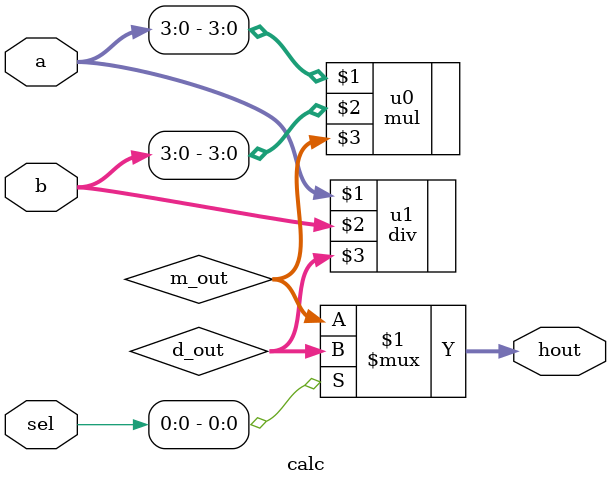
<source format=v>
module calc (a, b, sel, hout);

   parameter bw = 8;
   parameter pw = bw/2;
   
   input [bw-1:0] a, b;
   input [1:0] sel;
   output [bw-1:0] hout;
   
   wire[bw-1:0] d_out, m_out;
   
   assign hout = (sel[0]) ? d_out : m_out;
   
   mul #(pw) u0 (a[pw-1:0], b[pw-1:0], m_out);
   div #(bw) u1 (a, b, d_out);



endmodule

</source>
